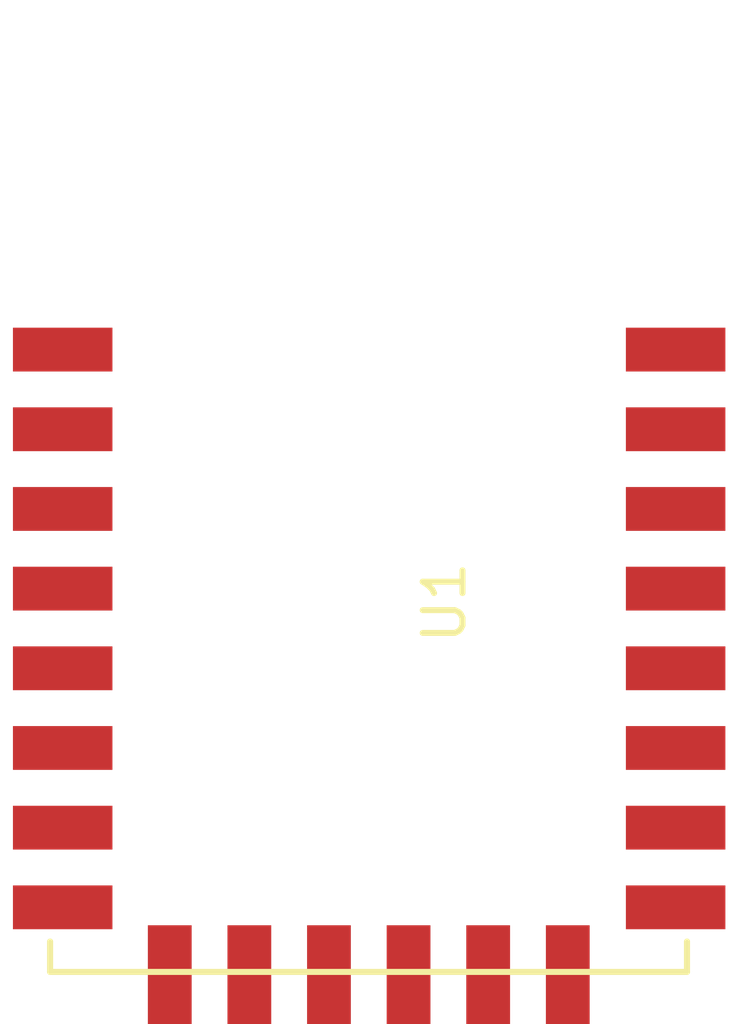
<source format=kicad_pcb>
(kicad_pcb (version 4) (host pcbnew 4.0.4-stable)

  (general
    (links 0)
    (no_connects 0)
    (area 146.026099 96.028599 164.976101 121.4536)
    (thickness 1.6)
    (drawings 0)
    (tracks 0)
    (zones 0)
    (modules 1)
    (nets 23)
  )

  (page A4)
  (layers
    (0 F.Cu signal)
    (31 B.Cu signal)
    (32 B.Adhes user)
    (33 F.Adhes user)
    (34 B.Paste user)
    (35 F.Paste user)
    (36 B.SilkS user)
    (37 F.SilkS user)
    (38 B.Mask user)
    (39 F.Mask user)
    (40 Dwgs.User user)
    (41 Cmts.User user)
    (42 Eco1.User user)
    (43 Eco2.User user)
    (44 Edge.Cuts user)
    (45 Margin user)
    (46 B.CrtYd user)
    (47 F.CrtYd user)
    (48 B.Fab user)
    (49 F.Fab user)
  )

  (setup
    (last_trace_width 0.25)
    (trace_clearance 0.2)
    (zone_clearance 0.508)
    (zone_45_only no)
    (trace_min 0.2)
    (segment_width 0.2)
    (edge_width 0.15)
    (via_size 0.6)
    (via_drill 0.4)
    (via_min_size 0.4)
    (via_min_drill 0.3)
    (uvia_size 0.3)
    (uvia_drill 0.1)
    (uvias_allowed no)
    (uvia_min_size 0.2)
    (uvia_min_drill 0.1)
    (pcb_text_width 0.3)
    (pcb_text_size 1.5 1.5)
    (mod_edge_width 0.15)
    (mod_text_size 1 1)
    (mod_text_width 0.15)
    (pad_size 1.524 1.524)
    (pad_drill 0.762)
    (pad_to_mask_clearance 0.2)
    (aux_axis_origin 0 0)
    (visible_elements 7FFFFFFF)
    (pcbplotparams
      (layerselection 0x00030_80000001)
      (usegerberextensions false)
      (excludeedgelayer true)
      (linewidth 0.100000)
      (plotframeref false)
      (viasonmask false)
      (mode 1)
      (useauxorigin false)
      (hpglpennumber 1)
      (hpglpenspeed 20)
      (hpglpendiameter 15)
      (hpglpenoverlay 2)
      (psnegative false)
      (psa4output false)
      (plotreference true)
      (plotvalue true)
      (plotinvisibletext false)
      (padsonsilk false)
      (subtractmaskfromsilk false)
      (outputformat 1)
      (mirror false)
      (drillshape 1)
      (scaleselection 1)
      (outputdirectory ""))
  )

  (net 0 "")
  (net 1 "Net-(U1-Pad1)")
  (net 2 "Net-(U1-Pad2)")
  (net 3 "Net-(U1-Pad3)")
  (net 4 "Net-(U1-Pad4)")
  (net 5 "Net-(U1-Pad5)")
  (net 6 "Net-(U1-Pad6)")
  (net 7 "Net-(U1-Pad7)")
  (net 8 "Net-(U1-Pad8)")
  (net 9 "Net-(U1-Pad9)")
  (net 10 "Net-(U1-Pad10)")
  (net 11 "Net-(U1-Pad11)")
  (net 12 "Net-(U1-Pad12)")
  (net 13 "Net-(U1-Pad13)")
  (net 14 "Net-(U1-Pad14)")
  (net 15 "Net-(U1-Pad15)")
  (net 16 "Net-(U1-Pad16)")
  (net 17 "Net-(U1-Pad17)")
  (net 18 "Net-(U1-Pad18)")
  (net 19 "Net-(U1-Pad19)")
  (net 20 "Net-(U1-Pad20)")
  (net 21 "Net-(U1-Pad21)")
  (net 22 "Net-(U1-Pad22)")

  (net_class Default "Dies ist die voreingestellte Netzklasse."
    (clearance 0.2)
    (trace_width 0.25)
    (via_dia 0.6)
    (via_drill 0.4)
    (uvia_dia 0.3)
    (uvia_drill 0.1)
    (add_net "Net-(U1-Pad1)")
    (add_net "Net-(U1-Pad10)")
    (add_net "Net-(U1-Pad11)")
    (add_net "Net-(U1-Pad12)")
    (add_net "Net-(U1-Pad13)")
    (add_net "Net-(U1-Pad14)")
    (add_net "Net-(U1-Pad15)")
    (add_net "Net-(U1-Pad16)")
    (add_net "Net-(U1-Pad17)")
    (add_net "Net-(U1-Pad18)")
    (add_net "Net-(U1-Pad19)")
    (add_net "Net-(U1-Pad2)")
    (add_net "Net-(U1-Pad20)")
    (add_net "Net-(U1-Pad21)")
    (add_net "Net-(U1-Pad22)")
    (add_net "Net-(U1-Pad3)")
    (add_net "Net-(U1-Pad4)")
    (add_net "Net-(U1-Pad5)")
    (add_net "Net-(U1-Pad6)")
    (add_net "Net-(U1-Pad7)")
    (add_net "Net-(U1-Pad8)")
    (add_net "Net-(U1-Pad9)")
  )

  (module ESP8266:ESP-12E_SMD (layer F.Cu) (tedit 58FB7FFE) (tstamp 5955324D)
    (at 148.5011 105.0036)
    (descr "Module, ESP-8266, ESP-12, 16 pad, SMD")
    (tags "Module ESP-8266 ESP8266")
    (path /595530B8)
    (fp_text reference U1 (at 8.89 6.35 90) (layer F.SilkS)
      (effects (font (size 1 1) (thickness 0.15)))
    )
    (fp_text value ESP-12E (at 5.08 6.35 90) (layer F.Fab) hide
      (effects (font (size 1 1) (thickness 0.15)))
    )
    (fp_line (start -2.25 -0.5) (end -2.25 -8.75) (layer F.CrtYd) (width 0.05))
    (fp_line (start -2.25 -8.75) (end 15.25 -8.75) (layer F.CrtYd) (width 0.05))
    (fp_line (start 15.25 -8.75) (end 16.25 -8.75) (layer F.CrtYd) (width 0.05))
    (fp_line (start 16.25 -8.75) (end 16.25 16) (layer F.CrtYd) (width 0.05))
    (fp_line (start 16.25 16) (end -2.25 16) (layer F.CrtYd) (width 0.05))
    (fp_line (start -2.25 16) (end -2.25 -0.5) (layer F.CrtYd) (width 0.05))
    (fp_line (start -1.016 -8.382) (end 14.986 -8.382) (layer F.CrtYd) (width 0.1524))
    (fp_line (start 14.986 -8.382) (end 14.986 -0.889) (layer F.CrtYd) (width 0.1524))
    (fp_line (start -1.016 -8.382) (end -1.016 -1.016) (layer F.CrtYd) (width 0.1524))
    (fp_line (start -1.016 14.859) (end -1.016 15.621) (layer F.SilkS) (width 0.1524))
    (fp_line (start -1.016 15.621) (end 14.986 15.621) (layer F.SilkS) (width 0.1524))
    (fp_line (start 14.986 15.621) (end 14.986 14.859) (layer F.SilkS) (width 0.1524))
    (fp_line (start 14.992 -8.4) (end -1.008 -2.6) (layer F.CrtYd) (width 0.1524))
    (fp_line (start -1.008 -8.4) (end 14.992 -2.6) (layer F.CrtYd) (width 0.1524))
    (fp_text user "No Copper" (at 6.892 -5.4) (layer F.CrtYd)
      (effects (font (size 1 1) (thickness 0.15)))
    )
    (fp_line (start -1.008 -2.6) (end 14.992 -2.6) (layer F.CrtYd) (width 0.1524))
    (fp_line (start 15 -8.4) (end 15 15.6) (layer F.Fab) (width 0.05))
    (fp_line (start 14.992 15.6) (end -1.008 15.6) (layer F.Fab) (width 0.05))
    (fp_line (start -1.008 15.6) (end -1.008 -8.4) (layer F.Fab) (width 0.05))
    (fp_line (start -1.008 -8.4) (end 14.992 -8.4) (layer F.Fab) (width 0.05))
    (pad 1 smd rect (at 0 0) (size 2.5 1.1) (drill (offset -0.7 0)) (layers F.Cu F.Paste F.Mask)
      (net 1 "Net-(U1-Pad1)"))
    (pad 2 smd rect (at 0 2) (size 2.5 1.1) (drill (offset -0.7 0)) (layers F.Cu F.Paste F.Mask)
      (net 2 "Net-(U1-Pad2)"))
    (pad 3 smd rect (at 0 4) (size 2.5 1.1) (drill (offset -0.7 0)) (layers F.Cu F.Paste F.Mask)
      (net 3 "Net-(U1-Pad3)"))
    (pad 4 smd rect (at 0 6) (size 2.5 1.1) (drill (offset -0.7 0)) (layers F.Cu F.Paste F.Mask)
      (net 4 "Net-(U1-Pad4)"))
    (pad 5 smd rect (at 0 8) (size 2.5 1.1) (drill (offset -0.7 0)) (layers F.Cu F.Paste F.Mask)
      (net 5 "Net-(U1-Pad5)"))
    (pad 6 smd rect (at 0 10) (size 2.5 1.1) (drill (offset -0.7 0)) (layers F.Cu F.Paste F.Mask)
      (net 6 "Net-(U1-Pad6)"))
    (pad 7 smd rect (at 0 12) (size 2.5 1.1) (drill (offset -0.7 0)) (layers F.Cu F.Paste F.Mask)
      (net 7 "Net-(U1-Pad7)"))
    (pad 8 smd rect (at 0 14) (size 2.5 1.1) (drill (offset -0.7 0)) (layers F.Cu F.Paste F.Mask)
      (net 8 "Net-(U1-Pad8)"))
    (pad 9 smd rect (at 14 14) (size 2.5 1.1) (drill (offset 0.7 0)) (layers F.Cu F.Paste F.Mask)
      (net 9 "Net-(U1-Pad9)"))
    (pad 10 smd rect (at 14 12) (size 2.5 1.1) (drill (offset 0.7 0)) (layers F.Cu F.Paste F.Mask)
      (net 10 "Net-(U1-Pad10)"))
    (pad 11 smd rect (at 14 10) (size 2.5 1.1) (drill (offset 0.7 0)) (layers F.Cu F.Paste F.Mask)
      (net 11 "Net-(U1-Pad11)"))
    (pad 12 smd rect (at 14 8) (size 2.5 1.1) (drill (offset 0.7 0)) (layers F.Cu F.Paste F.Mask)
      (net 12 "Net-(U1-Pad12)"))
    (pad 13 smd rect (at 14 6) (size 2.5 1.1) (drill (offset 0.7 0)) (layers F.Cu F.Paste F.Mask)
      (net 13 "Net-(U1-Pad13)"))
    (pad 14 smd rect (at 14 4) (size 2.5 1.1) (drill (offset 0.7 0)) (layers F.Cu F.Paste F.Mask)
      (net 14 "Net-(U1-Pad14)"))
    (pad 15 smd rect (at 14 2) (size 2.5 1.1) (drill (offset 0.7 0)) (layers F.Cu F.Paste F.Mask)
      (net 15 "Net-(U1-Pad15)"))
    (pad 16 smd rect (at 14 0) (size 2.5 1.1) (drill (offset 0.7 0)) (layers F.Cu F.Paste F.Mask)
      (net 16 "Net-(U1-Pad16)"))
    (pad 17 smd rect (at 1.99 15 90) (size 2.5 1.1) (drill (offset -0.7 0)) (layers F.Cu F.Paste F.Mask)
      (net 17 "Net-(U1-Pad17)"))
    (pad 18 smd rect (at 3.99 15 90) (size 2.5 1.1) (drill (offset -0.7 0)) (layers F.Cu F.Paste F.Mask)
      (net 18 "Net-(U1-Pad18)"))
    (pad 19 smd rect (at 5.99 15 90) (size 2.5 1.1) (drill (offset -0.7 0)) (layers F.Cu F.Paste F.Mask)
      (net 19 "Net-(U1-Pad19)"))
    (pad 20 smd rect (at 7.99 15 90) (size 2.5 1.1) (drill (offset -0.7 0)) (layers F.Cu F.Paste F.Mask)
      (net 20 "Net-(U1-Pad20)"))
    (pad 21 smd rect (at 9.99 15 90) (size 2.5 1.1) (drill (offset -0.7 0)) (layers F.Cu F.Paste F.Mask)
      (net 21 "Net-(U1-Pad21)"))
    (pad 22 smd rect (at 11.99 15 90) (size 2.5 1.1) (drill (offset -0.7 0)) (layers F.Cu F.Paste F.Mask)
      (net 22 "Net-(U1-Pad22)"))
    (model ${ESPLIB}/ESP8266.3dshapes/ESP-12.wrl
      (at (xyz 0 0 0))
      (scale (xyz 0.3937 0.3937 0.3937))
      (rotate (xyz 0 0 0))
    )
  )

)

</source>
